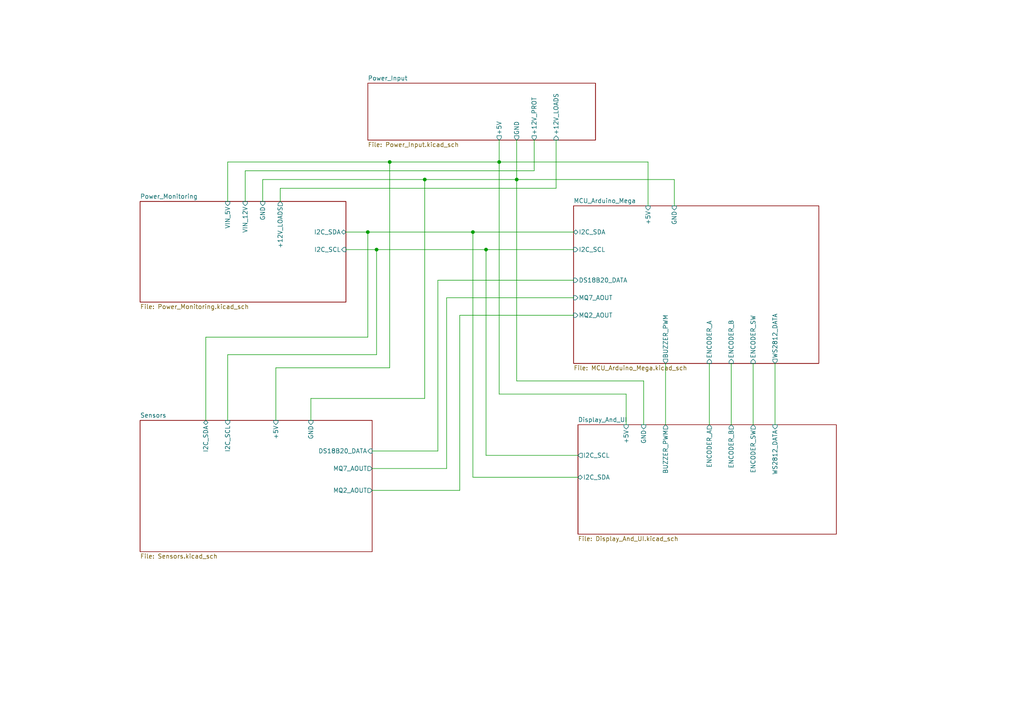
<source format=kicad_sch>
(kicad_sch
	(version 20250114)
	(generator "eeschema")
	(generator_version "9.0")
	(uuid "4f809ae9-ab93-46fe-8a7a-a0e7bf883ded")
	(paper "A4")
	(title_block
		(title "Van Onboard Computer")
		(date "2025-11-30")
		(rev "1.0")
	)
	(lib_symbols)
	(junction
		(at 140.97 72.39)
		(diameter 0)
		(color 0 0 0 0)
		(uuid "65d8a893-3303-4cd8-b8fb-82db49f31de2")
	)
	(junction
		(at 123.19 52.07)
		(diameter 0)
		(color 0 0 0 0)
		(uuid "8fcbc26f-561f-4d01-ad18-a945a813dcb5")
	)
	(junction
		(at 106.68 67.31)
		(diameter 0)
		(color 0 0 0 0)
		(uuid "a4837f23-fdad-4f05-ae2e-aff0a9965a89")
	)
	(junction
		(at 109.22 72.39)
		(diameter 0)
		(color 0 0 0 0)
		(uuid "b32f9f97-e33d-4990-8474-6a6521532841")
	)
	(junction
		(at 144.78 46.99)
		(diameter 0)
		(color 0 0 0 0)
		(uuid "c9a99b1d-4181-41d4-b514-3c4e08ef313c")
	)
	(junction
		(at 137.16 67.31)
		(diameter 0)
		(color 0 0 0 0)
		(uuid "da881cdf-4813-4421-9e41-aa6c9aa66204")
	)
	(junction
		(at 113.03 46.99)
		(diameter 0)
		(color 0 0 0 0)
		(uuid "db839026-9b6e-4b1d-a240-d4793ff9289b")
	)
	(junction
		(at 149.86 52.07)
		(diameter 0)
		(color 0 0 0 0)
		(uuid "e683e750-b903-4e62-bc50-aae302492414")
	)
	(wire
		(pts
			(xy 224.79 105.41) (xy 224.79 123.19)
		)
		(stroke
			(width 0)
			(type default)
		)
		(uuid "0000f3ac-cd07-41fe-b14e-9c060b3779fb")
	)
	(wire
		(pts
			(xy 66.04 46.99) (xy 66.04 58.42)
		)
		(stroke
			(width 0)
			(type default)
		)
		(uuid "048e4fce-86d6-4324-8084-8a872d7db69a")
	)
	(wire
		(pts
			(xy 106.68 67.31) (xy 137.16 67.31)
		)
		(stroke
			(width 0)
			(type default)
		)
		(uuid "07e54cc9-0629-4732-bbce-211027c65be8")
	)
	(wire
		(pts
			(xy 205.74 105.41) (xy 205.74 123.19)
		)
		(stroke
			(width 0)
			(type default)
		)
		(uuid "1ed01000-1110-4814-9bbc-236f59a5ba93")
	)
	(wire
		(pts
			(xy 127 130.81) (xy 127 81.28)
		)
		(stroke
			(width 0)
			(type default)
		)
		(uuid "2018d78d-fed4-4897-ad58-cd9771f0fe10")
	)
	(wire
		(pts
			(xy 80.01 121.92) (xy 80.01 106.68)
		)
		(stroke
			(width 0)
			(type default)
		)
		(uuid "29d1770a-95a5-41ea-9ba4-b043498a0add")
	)
	(wire
		(pts
			(xy 167.64 138.43) (xy 137.16 138.43)
		)
		(stroke
			(width 0)
			(type default)
		)
		(uuid "2a24da2a-6e52-4553-b189-3fc68f9729d8")
	)
	(wire
		(pts
			(xy 186.69 110.49) (xy 149.86 110.49)
		)
		(stroke
			(width 0)
			(type default)
		)
		(uuid "2d11b916-6099-4373-9724-94c854dfcd01")
	)
	(wire
		(pts
			(xy 187.96 59.69) (xy 187.96 46.99)
		)
		(stroke
			(width 0)
			(type default)
		)
		(uuid "312495bc-28fc-4a3f-8b90-9b13caa4b613")
	)
	(wire
		(pts
			(xy 66.04 121.92) (xy 66.04 102.87)
		)
		(stroke
			(width 0)
			(type default)
		)
		(uuid "3263c1d3-0cac-4a32-b141-24c9ee63ccbb")
	)
	(wire
		(pts
			(xy 113.03 46.99) (xy 66.04 46.99)
		)
		(stroke
			(width 0)
			(type default)
		)
		(uuid "352f5cfc-d979-4001-a9b7-48cb44ad970f")
	)
	(wire
		(pts
			(xy 212.09 105.41) (xy 212.09 123.19)
		)
		(stroke
			(width 0)
			(type default)
		)
		(uuid "3b40bf89-27e3-4447-8bb8-512bbfb895b7")
	)
	(wire
		(pts
			(xy 133.35 142.24) (xy 133.35 91.44)
		)
		(stroke
			(width 0)
			(type default)
		)
		(uuid "457e471f-2453-4222-99a5-ad8043a3152c")
	)
	(wire
		(pts
			(xy 193.04 105.41) (xy 193.04 123.19)
		)
		(stroke
			(width 0)
			(type default)
		)
		(uuid "4c4863c1-ad63-422d-a776-b0e75aacde4b")
	)
	(wire
		(pts
			(xy 59.69 97.79) (xy 106.68 97.79)
		)
		(stroke
			(width 0)
			(type default)
		)
		(uuid "53284a79-68ec-4aa7-b62f-a3885db95c7f")
	)
	(wire
		(pts
			(xy 109.22 72.39) (xy 140.97 72.39)
		)
		(stroke
			(width 0)
			(type default)
		)
		(uuid "53b0f4d1-2944-4246-83d7-bad282548d47")
	)
	(wire
		(pts
			(xy 123.19 115.57) (xy 123.19 52.07)
		)
		(stroke
			(width 0)
			(type default)
		)
		(uuid "547ccfbd-5ad2-48d8-afb2-138fa73a9a34")
	)
	(wire
		(pts
			(xy 123.19 52.07) (xy 149.86 52.07)
		)
		(stroke
			(width 0)
			(type default)
		)
		(uuid "55cdc9bc-8f38-44d4-a4bc-651a63202009")
	)
	(wire
		(pts
			(xy 129.54 135.89) (xy 129.54 86.36)
		)
		(stroke
			(width 0)
			(type default)
		)
		(uuid "5c84b368-7123-4bd6-9112-47b4a1996079")
	)
	(wire
		(pts
			(xy 140.97 72.39) (xy 166.37 72.39)
		)
		(stroke
			(width 0)
			(type default)
		)
		(uuid "5e020bb1-1444-43e5-98f6-45e4bed0f88d")
	)
	(wire
		(pts
			(xy 144.78 114.3) (xy 144.78 46.99)
		)
		(stroke
			(width 0)
			(type default)
		)
		(uuid "6a444bee-b5a7-4fe9-a5e2-369fe1ed2ff2")
	)
	(wire
		(pts
			(xy 71.12 49.53) (xy 154.94 49.53)
		)
		(stroke
			(width 0)
			(type default)
		)
		(uuid "6f509fe0-bb0f-4157-94ca-5e9e0d096501")
	)
	(wire
		(pts
			(xy 113.03 106.68) (xy 113.03 46.99)
		)
		(stroke
			(width 0)
			(type default)
		)
		(uuid "79946009-6949-4109-911c-f3225a09fee7")
	)
	(wire
		(pts
			(xy 161.29 54.61) (xy 161.29 40.64)
		)
		(stroke
			(width 0)
			(type default)
		)
		(uuid "79cda241-1273-4f50-af62-aa04e49ffc50")
	)
	(wire
		(pts
			(xy 59.69 121.92) (xy 59.69 97.79)
		)
		(stroke
			(width 0)
			(type default)
		)
		(uuid "7c9d5c22-72eb-4908-8223-67bfcfae04e3")
	)
	(wire
		(pts
			(xy 149.86 52.07) (xy 195.58 52.07)
		)
		(stroke
			(width 0)
			(type default)
		)
		(uuid "841f2ece-c117-4faf-8d19-620b4c17116a")
	)
	(wire
		(pts
			(xy 137.16 67.31) (xy 166.37 67.31)
		)
		(stroke
			(width 0)
			(type default)
		)
		(uuid "84b9c7a2-4b2a-44d5-ba58-5dbe704198a4")
	)
	(wire
		(pts
			(xy 66.04 102.87) (xy 109.22 102.87)
		)
		(stroke
			(width 0)
			(type default)
		)
		(uuid "84ca1292-d7e8-4e66-ac1b-058585884195")
	)
	(wire
		(pts
			(xy 90.17 115.57) (xy 123.19 115.57)
		)
		(stroke
			(width 0)
			(type default)
		)
		(uuid "90b4f5ab-6586-4139-b9a8-8e7ae05b445d")
	)
	(wire
		(pts
			(xy 181.61 123.19) (xy 181.61 114.3)
		)
		(stroke
			(width 0)
			(type default)
		)
		(uuid "9126760a-96ca-4c1a-8a0a-fb70caf5a70b")
	)
	(wire
		(pts
			(xy 149.86 52.07) (xy 149.86 40.64)
		)
		(stroke
			(width 0)
			(type default)
		)
		(uuid "9502c294-cdfb-485a-85bd-d9375d0c193f")
	)
	(wire
		(pts
			(xy 133.35 91.44) (xy 166.37 91.44)
		)
		(stroke
			(width 0)
			(type default)
		)
		(uuid "974d4f8c-c0ba-465c-8adc-c60d0051e6a5")
	)
	(wire
		(pts
			(xy 167.64 132.08) (xy 140.97 132.08)
		)
		(stroke
			(width 0)
			(type default)
		)
		(uuid "9d2a2cee-05a8-4934-b32a-14bc95a2e3d0")
	)
	(wire
		(pts
			(xy 81.28 58.42) (xy 81.28 54.61)
		)
		(stroke
			(width 0)
			(type default)
		)
		(uuid "9db6eb38-2726-4c68-98a1-4f67f208e98a")
	)
	(wire
		(pts
			(xy 144.78 40.64) (xy 144.78 46.99)
		)
		(stroke
			(width 0)
			(type default)
		)
		(uuid "9e170460-2fd9-4a88-be32-6a61a3f40783")
	)
	(wire
		(pts
			(xy 107.95 142.24) (xy 133.35 142.24)
		)
		(stroke
			(width 0)
			(type default)
		)
		(uuid "9eff6309-4b91-4ef3-8850-21df00a46232")
	)
	(wire
		(pts
			(xy 129.54 86.36) (xy 166.37 86.36)
		)
		(stroke
			(width 0)
			(type default)
		)
		(uuid "a2e865da-05d1-4291-8547-37ef83852ba8")
	)
	(wire
		(pts
			(xy 186.69 123.19) (xy 186.69 110.49)
		)
		(stroke
			(width 0)
			(type default)
		)
		(uuid "a875958c-3e6b-48c5-a9c3-b3c7c33d70ab")
	)
	(wire
		(pts
			(xy 140.97 72.39) (xy 140.97 132.08)
		)
		(stroke
			(width 0)
			(type default)
		)
		(uuid "ae16d587-9eb4-43ac-a595-b2f651fe0e48")
	)
	(wire
		(pts
			(xy 107.95 135.89) (xy 129.54 135.89)
		)
		(stroke
			(width 0)
			(type default)
		)
		(uuid "b4257f0f-9ecd-4219-abdc-3516d8802730")
	)
	(wire
		(pts
			(xy 154.94 40.64) (xy 154.94 49.53)
		)
		(stroke
			(width 0)
			(type default)
		)
		(uuid "b88abfe5-7487-4ef0-ab8f-8524d905909a")
	)
	(wire
		(pts
			(xy 144.78 46.99) (xy 187.96 46.99)
		)
		(stroke
			(width 0)
			(type default)
		)
		(uuid "bc565245-1660-4021-9109-a9d7408a27a3")
	)
	(wire
		(pts
			(xy 107.95 130.81) (xy 127 130.81)
		)
		(stroke
			(width 0)
			(type default)
		)
		(uuid "bdc0933e-b91f-40dc-a8b1-1f65e2d4fb83")
	)
	(wire
		(pts
			(xy 81.28 54.61) (xy 161.29 54.61)
		)
		(stroke
			(width 0)
			(type default)
		)
		(uuid "c153d84a-5580-4ffe-99b6-251b78ab722d")
	)
	(wire
		(pts
			(xy 80.01 106.68) (xy 113.03 106.68)
		)
		(stroke
			(width 0)
			(type default)
		)
		(uuid "c24796f7-f99c-4a6c-ae9f-e97d0903cee3")
	)
	(wire
		(pts
			(xy 149.86 110.49) (xy 149.86 52.07)
		)
		(stroke
			(width 0)
			(type default)
		)
		(uuid "c750c180-6f11-428b-9a26-7a36e877ffb8")
	)
	(wire
		(pts
			(xy 100.33 67.31) (xy 106.68 67.31)
		)
		(stroke
			(width 0)
			(type default)
		)
		(uuid "c9b91f33-79d6-45c7-bf31-6be8ab2ec3ca")
	)
	(wire
		(pts
			(xy 218.44 105.41) (xy 218.44 123.19)
		)
		(stroke
			(width 0)
			(type default)
		)
		(uuid "cebcbce5-f1a4-4d18-ba4d-288b8d118203")
	)
	(wire
		(pts
			(xy 127 81.28) (xy 166.37 81.28)
		)
		(stroke
			(width 0)
			(type default)
		)
		(uuid "d418dd62-8173-4a52-9a3e-c9a94cf75279")
	)
	(wire
		(pts
			(xy 76.2 58.42) (xy 76.2 52.07)
		)
		(stroke
			(width 0)
			(type default)
		)
		(uuid "d87d4f8b-ca53-4130-af94-bdea6f1eaec8")
	)
	(wire
		(pts
			(xy 181.61 114.3) (xy 144.78 114.3)
		)
		(stroke
			(width 0)
			(type default)
		)
		(uuid "db458753-a0a4-4808-956d-1a46162a9ef3")
	)
	(wire
		(pts
			(xy 113.03 46.99) (xy 144.78 46.99)
		)
		(stroke
			(width 0)
			(type default)
		)
		(uuid "dc135323-0a8d-40e0-84ec-d14d0c41eaa2")
	)
	(wire
		(pts
			(xy 100.33 72.39) (xy 109.22 72.39)
		)
		(stroke
			(width 0)
			(type default)
		)
		(uuid "dfab5c9e-8583-49a2-bea5-8edbc9af3bcf")
	)
	(wire
		(pts
			(xy 90.17 121.92) (xy 90.17 115.57)
		)
		(stroke
			(width 0)
			(type default)
		)
		(uuid "e0a28dcc-bc34-4ded-9ac0-e477e3af6689")
	)
	(wire
		(pts
			(xy 195.58 59.69) (xy 195.58 52.07)
		)
		(stroke
			(width 0)
			(type default)
		)
		(uuid "e1ae6025-e53b-4481-974d-3dc444445333")
	)
	(wire
		(pts
			(xy 76.2 52.07) (xy 123.19 52.07)
		)
		(stroke
			(width 0)
			(type default)
		)
		(uuid "ebd73bf1-7b12-4c0c-b167-a3c21241c5fe")
	)
	(wire
		(pts
			(xy 137.16 138.43) (xy 137.16 67.31)
		)
		(stroke
			(width 0)
			(type default)
		)
		(uuid "f7f52420-c3d1-44aa-a23f-89d3eb154a81")
	)
	(wire
		(pts
			(xy 71.12 58.42) (xy 71.12 49.53)
		)
		(stroke
			(width 0)
			(type default)
		)
		(uuid "fa4d3241-d0b4-40bf-8103-db03cb015a3d")
	)
	(wire
		(pts
			(xy 106.68 97.79) (xy 106.68 67.31)
		)
		(stroke
			(width 0)
			(type default)
		)
		(uuid "fba4fd23-3de6-43e4-9ef1-f9e5625d2edd")
	)
	(wire
		(pts
			(xy 109.22 72.39) (xy 109.22 102.87)
		)
		(stroke
			(width 0)
			(type default)
		)
		(uuid "fc18e0d9-c8d7-408e-be7a-baea699ec181")
	)
	(sheet
		(at 40.64 58.42)
		(size 59.69 29.21)
		(exclude_from_sim no)
		(in_bom yes)
		(on_board yes)
		(dnp no)
		(fields_autoplaced yes)
		(stroke
			(width 0.1524)
			(type solid)
		)
		(fill
			(color 0 0 0 0.0000)
		)
		(uuid "52cfad92-06b5-4b8c-8e8b-5c8de8b38409")
		(property "Sheetname" "Power_Monitoring"
			(at 40.64 57.7084 0)
			(effects
				(font
					(size 1.27 1.27)
				)
				(justify left bottom)
			)
		)
		(property "Sheetfile" "Power_Monitoring.kicad_sch"
			(at 40.64 88.2146 0)
			(effects
				(font
					(size 1.27 1.27)
				)
				(justify left top)
			)
		)
		(pin "I2C_SCL" input
			(at 100.33 72.39 0)
			(uuid "2ed571cc-f260-4362-850b-b305a6d0bc3e")
			(effects
				(font
					(size 1.27 1.27)
				)
				(justify right)
			)
		)
		(pin "VIN_5V" input
			(at 66.04 58.42 90)
			(uuid "423ac23e-4672-485d-baf0-6da29ace8bb6")
			(effects
				(font
					(size 1.27 1.27)
				)
				(justify right)
			)
		)
		(pin "GND" input
			(at 76.2 58.42 90)
			(uuid "1b552987-4361-4e92-b7b8-94dd4594222b")
			(effects
				(font
					(size 1.27 1.27)
				)
				(justify right)
			)
		)
		(pin "I2C_SDA" bidirectional
			(at 100.33 67.31 0)
			(uuid "8140d1a2-cfc0-451a-ba3c-04f39e587134")
			(effects
				(font
					(size 1.27 1.27)
				)
				(justify right)
			)
		)
		(pin "VIN_12V" input
			(at 71.12 58.42 90)
			(uuid "f37423fe-3906-41da-85b2-42652aade321")
			(effects
				(font
					(size 1.27 1.27)
				)
				(justify right)
			)
		)
		(pin "+12V_LOADS" output
			(at 81.28 58.42 90)
			(uuid "3ebce7b1-e432-4e70-99a1-af22735c3f8f")
			(effects
				(font
					(size 1.27 1.27)
				)
				(justify right)
			)
		)
		(instances
			(project "van-obc"
				(path "/4f809ae9-ab93-46fe-8a7a-a0e7bf883ded"
					(page "3")
				)
			)
		)
	)
	(sheet
		(at 106.68 24.13)
		(size 66.04 16.51)
		(exclude_from_sim no)
		(in_bom yes)
		(on_board yes)
		(dnp no)
		(fields_autoplaced yes)
		(stroke
			(width 0.1524)
			(type solid)
		)
		(fill
			(color 0 0 0 0.0000)
		)
		(uuid "673b7bba-30b0-4a53-9c49-f03cb3c46afd")
		(property "Sheetname" "Power_Input"
			(at 106.68 23.4184 0)
			(effects
				(font
					(size 1.27 1.27)
				)
				(justify left bottom)
			)
		)
		(property "Sheetfile" "Power_Input.kicad_sch"
			(at 106.68 41.2246 0)
			(effects
				(font
					(size 1.27 1.27)
				)
				(justify left top)
			)
		)
		(pin "+5V" output
			(at 144.78 40.64 270)
			(uuid "abf38d8b-4b3b-4967-b3f1-fbe03dc26fbd")
			(effects
				(font
					(size 1.27 1.27)
				)
				(justify left)
			)
		)
		(pin "GND" output
			(at 149.86 40.64 270)
			(uuid "087e60a1-25c1-4ade-bfeb-7487ad417588")
			(effects
				(font
					(size 1.27 1.27)
				)
				(justify left)
			)
		)
		(pin "+12V_PROT" output
			(at 154.94 40.64 270)
			(uuid "8d43f159-2435-45a0-b55c-fbece04110b9")
			(effects
				(font
					(size 1.27 1.27)
				)
				(justify left)
			)
		)
		(pin "+12V_LOADS" input
			(at 161.29 40.64 270)
			(uuid "99652823-ddcd-42f9-95ac-bf2ea3ad7dca")
			(effects
				(font
					(size 1.27 1.27)
				)
				(justify left)
			)
		)
		(instances
			(project "van-obc"
				(path "/4f809ae9-ab93-46fe-8a7a-a0e7bf883ded"
					(page "2")
				)
			)
		)
	)
	(sheet
		(at 166.37 59.69)
		(size 71.12 45.72)
		(exclude_from_sim no)
		(in_bom yes)
		(on_board yes)
		(dnp no)
		(fields_autoplaced yes)
		(stroke
			(width 0.1524)
			(type solid)
		)
		(fill
			(color 0 0 0 0.0000)
		)
		(uuid "c3a3aa77-99e9-4586-909c-139ff1c964ea")
		(property "Sheetname" "MCU_Arduino_Mega"
			(at 166.37 58.9784 0)
			(effects
				(font
					(size 1.27 1.27)
				)
				(justify left bottom)
			)
		)
		(property "Sheetfile" "MCU_Arduino_Mega.kicad_sch"
			(at 166.37 105.9946 0)
			(effects
				(font
					(size 1.27 1.27)
				)
				(justify left top)
			)
		)
		(pin "I2C_SCL" input
			(at 166.37 72.39 180)
			(uuid "a47194c6-f391-4809-8386-86c4a0b30447")
			(effects
				(font
					(size 1.27 1.27)
				)
				(justify left)
			)
		)
		(pin "+5V" input
			(at 187.96 59.69 90)
			(uuid "6b67c22f-82dc-4293-81e4-279b4b136922")
			(effects
				(font
					(size 1.27 1.27)
				)
				(justify right)
			)
		)
		(pin "ENCODER_SW" input
			(at 218.44 105.41 270)
			(uuid "6ce2263c-d16e-4203-a408-3279bd458b90")
			(effects
				(font
					(size 1.27 1.27)
				)
				(justify left)
			)
		)
		(pin "GND" input
			(at 195.58 59.69 90)
			(uuid "259ec4f9-728f-467c-84a2-d3706d7c2fe1")
			(effects
				(font
					(size 1.27 1.27)
				)
				(justify right)
			)
		)
		(pin "WS2812_DATA" output
			(at 224.79 105.41 270)
			(uuid "40132602-1bbf-4728-b830-3eb10465c809")
			(effects
				(font
					(size 1.27 1.27)
				)
				(justify left)
			)
		)
		(pin "I2C_SDA" bidirectional
			(at 166.37 67.31 180)
			(uuid "52b2208d-3d7a-4654-8210-5976dcb3b4ac")
			(effects
				(font
					(size 1.27 1.27)
				)
				(justify left)
			)
		)
		(pin "ENCODER_B" input
			(at 212.09 105.41 270)
			(uuid "db90473c-88f3-482d-ab22-7ddcd7382981")
			(effects
				(font
					(size 1.27 1.27)
				)
				(justify left)
			)
		)
		(pin "MQ7_AOUT" input
			(at 166.37 86.36 180)
			(uuid "22b1fb59-59a3-412d-8135-f80d6053f4af")
			(effects
				(font
					(size 1.27 1.27)
				)
				(justify left)
			)
		)
		(pin "MQ2_AOUT" input
			(at 166.37 91.44 180)
			(uuid "c91ef466-b62b-4786-bca4-b16f11f2762a")
			(effects
				(font
					(size 1.27 1.27)
				)
				(justify left)
			)
		)
		(pin "DS18B20_DATA" input
			(at 166.37 81.28 180)
			(uuid "b1622892-b3c8-48e2-9f22-fab9850dc430")
			(effects
				(font
					(size 1.27 1.27)
				)
				(justify left)
			)
		)
		(pin "BUZZER_PWM" output
			(at 193.04 105.41 270)
			(uuid "1d12b4a3-f92b-43fe-8d1f-af45c73294ce")
			(effects
				(font
					(size 1.27 1.27)
				)
				(justify left)
			)
		)
		(pin "ENCODER_A" input
			(at 205.74 105.41 270)
			(uuid "54cb63bf-3a24-4a43-81d7-29794509bb13")
			(effects
				(font
					(size 1.27 1.27)
				)
				(justify left)
			)
		)
		(instances
			(project "van-obc"
				(path "/4f809ae9-ab93-46fe-8a7a-a0e7bf883ded"
					(page "4")
				)
			)
		)
	)
	(sheet
		(at 40.64 121.92)
		(size 67.31 38.1)
		(exclude_from_sim no)
		(in_bom yes)
		(on_board yes)
		(dnp no)
		(fields_autoplaced yes)
		(stroke
			(width 0.1524)
			(type solid)
		)
		(fill
			(color 0 0 0 0.0000)
		)
		(uuid "e225184e-a2dd-42bc-b635-11fe54c660dc")
		(property "Sheetname" "Sensors"
			(at 40.64 121.2084 0)
			(effects
				(font
					(size 1.27 1.27)
				)
				(justify left bottom)
			)
		)
		(property "Sheetfile" "Sensors.kicad_sch"
			(at 40.64 160.6046 0)
			(effects
				(font
					(size 1.27 1.27)
				)
				(justify left top)
			)
		)
		(pin "+5V" input
			(at 80.01 121.92 90)
			(uuid "962dbb95-c788-466f-b516-b54f137a7173")
			(effects
				(font
					(size 1.27 1.27)
				)
				(justify right)
			)
		)
		(pin "GND" input
			(at 90.17 121.92 90)
			(uuid "02219043-66be-44fc-be02-590020b2d64f")
			(effects
				(font
					(size 1.27 1.27)
				)
				(justify right)
			)
		)
		(pin "DS18B20_DATA" input
			(at 107.95 130.81 0)
			(uuid "89dfef9b-fd1e-4459-b11b-10178b7a6d0b")
			(effects
				(font
					(size 1.27 1.27)
				)
				(justify right)
			)
		)
		(pin "MQ2_AOUT" output
			(at 107.95 142.24 0)
			(uuid "c9b6a8a3-eeda-481b-8660-591f509d2d8d")
			(effects
				(font
					(size 1.27 1.27)
				)
				(justify right)
			)
		)
		(pin "MQ7_AOUT" output
			(at 107.95 135.89 0)
			(uuid "8573f419-61a0-40cd-8abf-1ca43d44ecd4")
			(effects
				(font
					(size 1.27 1.27)
				)
				(justify right)
			)
		)
		(pin "I2C_SDA" bidirectional
			(at 59.69 121.92 90)
			(uuid "65cd8f39-d141-492e-b4c0-10c53a160a23")
			(effects
				(font
					(size 1.27 1.27)
				)
				(justify right)
			)
		)
		(pin "I2C_SCL" input
			(at 66.04 121.92 90)
			(uuid "e2edccf3-bc18-4a4d-b279-860fd983301e")
			(effects
				(font
					(size 1.27 1.27)
				)
				(justify right)
			)
		)
		(instances
			(project "van-obc"
				(path "/4f809ae9-ab93-46fe-8a7a-a0e7bf883ded"
					(page "5")
				)
			)
		)
	)
	(sheet
		(at 167.64 123.19)
		(size 74.93 31.75)
		(exclude_from_sim no)
		(in_bom yes)
		(on_board yes)
		(dnp no)
		(fields_autoplaced yes)
		(stroke
			(width 0.1524)
			(type solid)
		)
		(fill
			(color 0 0 0 0.0000)
		)
		(uuid "f139886f-5ecc-4e14-a445-8413734336b3")
		(property "Sheetname" "Display_And_UI"
			(at 167.64 122.4784 0)
			(effects
				(font
					(size 1.27 1.27)
				)
				(justify left bottom)
			)
		)
		(property "Sheetfile" "Display_And_UI.kicad_sch"
			(at 167.64 155.5246 0)
			(effects
				(font
					(size 1.27 1.27)
				)
				(justify left top)
			)
		)
		(property "Field2" ""
			(at 167.64 123.19 0)
			(effects
				(font
					(size 1.27 1.27)
				)
				(hide yes)
			)
		)
		(pin "ENCODER_A" output
			(at 205.74 123.19 90)
			(uuid "fc8fe492-da60-401f-8017-b8732253da97")
			(effects
				(font
					(size 1.27 1.27)
				)
				(justify right)
			)
		)
		(pin "I2C_SCL" output
			(at 167.64 132.08 180)
			(uuid "3fb8d598-2941-4b66-aaf7-377c728c4daf")
			(effects
				(font
					(size 1.27 1.27)
				)
				(justify left)
			)
		)
		(pin "ENCODER_SW" output
			(at 218.44 123.19 90)
			(uuid "39df8476-d7a2-4052-9146-b3cadb264fdb")
			(effects
				(font
					(size 1.27 1.27)
				)
				(justify right)
			)
		)
		(pin "BUZZER_PWM" output
			(at 193.04 123.19 90)
			(uuid "47f80433-09ad-4564-9f0d-8d165569be81")
			(effects
				(font
					(size 1.27 1.27)
				)
				(justify right)
			)
		)
		(pin "ENCODER_B" output
			(at 212.09 123.19 90)
			(uuid "74c9b725-2ee0-40fa-8dcc-cf5bac17d9f3")
			(effects
				(font
					(size 1.27 1.27)
				)
				(justify right)
			)
		)
		(pin "WS2812_DATA" input
			(at 224.79 123.19 90)
			(uuid "95d8aad5-3735-46d5-9294-c10baf8e69cf")
			(effects
				(font
					(size 1.27 1.27)
				)
				(justify right)
			)
		)
		(pin "+5V" input
			(at 181.61 123.19 90)
			(uuid "108c3b90-6d88-48fa-b1a0-615a9830f249")
			(effects
				(font
					(size 1.27 1.27)
				)
				(justify right)
			)
		)
		(pin "GND" input
			(at 186.69 123.19 90)
			(uuid "93573bf0-508c-4b56-a6ca-4876799dea16")
			(effects
				(font
					(size 1.27 1.27)
				)
				(justify right)
			)
		)
		(pin "I2C_SDA" bidirectional
			(at 167.64 138.43 180)
			(uuid "dadc96bb-24b7-461d-a5a9-20b348269e1b")
			(effects
				(font
					(size 1.27 1.27)
				)
				(justify left)
			)
		)
		(instances
			(project "van-obc"
				(path "/4f809ae9-ab93-46fe-8a7a-a0e7bf883ded"
					(page "6")
				)
			)
		)
	)
	(sheet_instances
		(path "/"
			(page "1")
		)
	)
	(embedded_fonts no)
)

</source>
